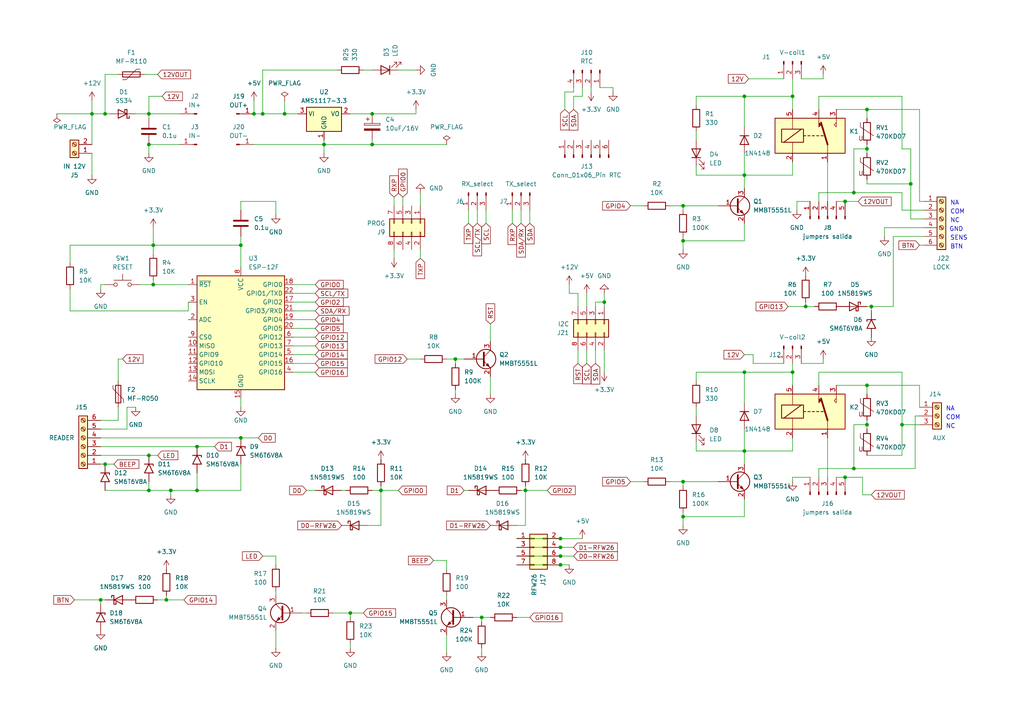
<source format=kicad_sch>
(kicad_sch (version 20230121) (generator eeschema)
  (paper "A4")
  (junction (at 215.9 130.81))
  (junction (at 43.18 41.91))
  (junction (at 107.95 41.91))
  (junction (at 107.95 33.02))
  (junction (at 215.9 50.8))
  (junction (at 162.56 161.29))
  (junction (at 69.85 71.12))
  (junction (at 233.68 88.9))
  (junction (at 43.18 142.24))
  (junction (at 252.73 88.9))
  (junction (at 48.26 173.99))
  (junction (at 162.56 163.83))
  (junction (at 30.48 33.02))
  (junction (at 245.11 58.42))
  (junction (at 57.15 142.24))
  (junction (at 247.65 55.88))
  (junction (at 49.53 142.24))
  (junction (at 29.21 173.99))
  (junction (at 93.98 41.91))
  (junction (at 152.4 142.24))
  (junction (at 215.9 27.94))
  (junction (at 139.7 179.07))
  (junction (at 44.45 71.12))
  (junction (at 132.08 104.14))
  (junction (at 101.6 177.8))
  (junction (at 261.62 123.19))
  (junction (at 44.45 82.55))
  (junction (at 73.66 33.02))
  (junction (at 76.2 33.02))
  (junction (at 264.16 53.34))
  (junction (at 251.46 31.75))
  (junction (at 57.15 129.54))
  (junction (at 229.87 107.95))
  (junction (at 245.11 138.43))
  (junction (at 198.12 59.69))
  (junction (at 162.56 158.75))
  (junction (at 198.12 139.7))
  (junction (at 175.26 87.63))
  (junction (at 43.18 132.08))
  (junction (at 215.9 107.95))
  (junction (at 198.12 69.85))
  (junction (at 26.67 33.02))
  (junction (at 69.85 127))
  (junction (at 251.46 43.18))
  (junction (at 247.65 135.89))
  (junction (at 198.12 149.86))
  (junction (at 82.55 33.02))
  (junction (at 162.56 156.21))
  (junction (at 110.49 142.24))
  (junction (at 251.46 123.19))
  (junction (at 43.18 33.02))
  (junction (at 251.46 111.76))
  (junction (at 229.87 27.94))
  (junction (at 30.48 134.62))
  (wire (pts (xy 20.32 71.12) (xy 44.45 71.12)))
  (wire (pts (xy 229.87 138.43) (xy 234.95 138.43)))
  (wire (pts (xy 215.9 102.87) (xy 218.44 102.87)))
  (wire (pts (xy 36.83 118.11) (xy 36.83 124.46)))
  (wire (pts (xy 247.65 135.89) (xy 265.43 135.89)))
  (wire (pts (xy 46.99 27.94) (xy 43.18 27.94)))
  (wire (pts (xy 69.85 77.47) (xy 69.85 71.12)))
  (wire (pts (xy 29.21 82.55) (xy 30.48 82.55)))
  (wire (pts (xy 198.12 139.7) (xy 208.28 139.7)))
  (wire (pts (xy 266.7 31.75) (xy 266.7 58.42)))
  (wire (pts (xy 152.4 140.97) (xy 152.4 142.24)))
  (wire (pts (xy 266.7 123.19) (xy 261.62 123.19)))
  (wire (pts (xy 101.6 177.8) (xy 101.6 179.07)))
  (wire (pts (xy 175.26 87.63) (xy 175.26 85.09)))
  (wire (pts (xy 242.57 31.75) (xy 251.46 31.75)))
  (wire (pts (xy 166.37 25.4) (xy 166.37 26.67)))
  (wire (pts (xy 215.9 107.95) (xy 229.87 107.95)))
  (wire (pts (xy 132.08 105.41) (xy 132.08 104.14)))
  (wire (pts (xy 251.46 111.76) (xy 251.46 114.3)))
  (wire (pts (xy 250.19 143.51) (xy 250.19 138.43)))
  (wire (pts (xy 252.73 88.9) (xy 252.73 90.17)))
  (wire (pts (xy 73.66 33.02) (xy 76.2 33.02)))
  (wire (pts (xy 201.93 130.81) (xy 215.9 130.81)))
  (wire (pts (xy 114.3 59.69) (xy 114.3 57.15)))
  (wire (pts (xy 30.48 134.62) (xy 33.02 134.62)))
  (wire (pts (xy 259.08 68.58) (xy 259.08 88.9)))
  (wire (pts (xy 34.29 21.59) (xy 30.48 21.59)))
  (wire (pts (xy 177.8 25.4) (xy 177.8 26.67)))
  (wire (pts (xy 229.87 139.7) (xy 229.87 138.43)))
  (wire (pts (xy 139.7 180.34) (xy 139.7 179.07)))
  (wire (pts (xy 233.68 87.63) (xy 233.68 88.9)))
  (wire (pts (xy 238.76 22.86) (xy 238.76 21.59)))
  (wire (pts (xy 105.41 20.32) (xy 107.95 20.32)))
  (wire (pts (xy 201.93 30.48) (xy 201.93 27.94)))
  (wire (pts (xy 107.95 41.91) (xy 93.98 41.91)))
  (wire (pts (xy 166.37 31.75) (xy 166.37 27.94)))
  (wire (pts (xy 215.9 27.94) (xy 229.87 27.94)))
  (wire (pts (xy 26.67 33.02) (xy 30.48 33.02)))
  (wire (pts (xy 201.93 50.8) (xy 215.9 50.8)))
  (wire (pts (xy 267.97 60.96) (xy 261.62 60.96)))
  (wire (pts (xy 163.83 26.67) (xy 163.83 31.75)))
  (wire (pts (xy 232.41 22.86) (xy 238.76 22.86)))
  (wire (pts (xy 245.11 58.42) (xy 248.92 58.42)))
  (wire (pts (xy 229.87 127) (xy 229.87 130.81)))
  (wire (pts (xy 34.29 104.14) (xy 34.29 110.49)))
  (wire (pts (xy 251.46 43.18) (xy 251.46 44.45)))
  (wire (pts (xy 201.93 107.95) (xy 215.9 107.95)))
  (wire (pts (xy 48.26 172.72) (xy 48.26 173.99)))
  (wire (pts (xy 165.1 85.09) (xy 165.1 82.55)))
  (wire (pts (xy 49.53 142.24) (xy 57.15 142.24)))
  (wire (pts (xy 237.49 55.88) (xy 247.65 55.88)))
  (wire (pts (xy 57.15 142.24) (xy 69.85 142.24)))
  (wire (pts (xy 97.79 20.32) (xy 76.2 20.32)))
  (wire (pts (xy 261.62 43.18) (xy 261.62 27.94)))
  (wire (pts (xy 99.06 142.24) (xy 100.33 142.24)))
  (wire (pts (xy 44.45 82.55) (xy 44.45 81.28)))
  (wire (pts (xy 247.65 135.89) (xy 247.65 123.19)))
  (wire (pts (xy 139.7 179.07) (xy 137.16 179.07)))
  (wire (pts (xy 148.59 60.96) (xy 148.59 64.77)))
  (wire (pts (xy 233.68 88.9) (xy 228.6 88.9)))
  (wire (pts (xy 110.49 152.4) (xy 110.49 142.24)))
  (wire (pts (xy 135.89 142.24) (xy 134.62 142.24)))
  (wire (pts (xy 151.13 142.24) (xy 152.4 142.24)))
  (wire (pts (xy 43.18 34.29) (xy 43.18 33.02)))
  (wire (pts (xy 229.87 46.99) (xy 229.87 50.8)))
  (wire (pts (xy 106.68 152.4) (xy 110.49 152.4)))
  (wire (pts (xy 215.9 50.8) (xy 229.87 50.8)))
  (wire (pts (xy 40.64 82.55) (xy 44.45 82.55)))
  (wire (pts (xy 149.86 161.29) (xy 162.56 161.29)))
  (wire (pts (xy 29.21 173.99) (xy 29.21 175.26)))
  (wire (pts (xy 87.63 177.8) (xy 88.9 177.8)))
  (wire (pts (xy 30.48 142.24) (xy 43.18 142.24)))
  (wire (pts (xy 80.01 161.29) (xy 80.01 163.83)))
  (wire (pts (xy 251.46 53.34) (xy 251.46 52.07)))
  (wire (pts (xy 162.56 161.29) (xy 166.37 161.29)))
  (wire (pts (xy 218.44 105.41) (xy 227.33 105.41)))
  (wire (pts (xy 250.19 138.43) (xy 245.11 138.43)))
  (wire (pts (xy 198.12 60.96) (xy 198.12 59.69)))
  (wire (pts (xy 201.93 110.49) (xy 201.93 107.95)))
  (wire (pts (xy 256.54 66.04) (xy 267.97 66.04)))
  (wire (pts (xy 261.62 27.94) (xy 237.49 27.94)))
  (wire (pts (xy 43.18 33.02) (xy 52.07 33.02)))
  (wire (pts (xy 151.13 60.96) (xy 151.13 64.77)))
  (wire (pts (xy 194.31 59.69) (xy 198.12 59.69)))
  (wire (pts (xy 110.49 142.24) (xy 115.57 142.24)))
  (wire (pts (xy 129.54 172.72) (xy 129.54 173.99)))
  (wire (pts (xy 88.9 142.24) (xy 91.44 142.24)))
  (wire (pts (xy 20.32 76.2) (xy 20.32 71.12)))
  (wire (pts (xy 43.18 142.24) (xy 49.53 142.24)))
  (wire (pts (xy 171.45 26.67) (xy 171.45 25.4)))
  (wire (pts (xy 215.9 116.84) (xy 215.9 107.95)))
  (wire (pts (xy 229.87 107.95) (xy 229.87 111.76)))
  (wire (pts (xy 120.65 33.02) (xy 107.95 33.02)))
  (wire (pts (xy 215.9 124.46) (xy 215.9 130.81)))
  (wire (pts (xy 237.49 55.88) (xy 237.49 58.42)))
  (wire (pts (xy 20.32 90.17) (xy 54.61 90.17)))
  (wire (pts (xy 36.83 118.11) (xy 39.37 118.11)))
  (wire (pts (xy 120.65 31.75) (xy 120.65 33.02)))
  (wire (pts (xy 266.7 118.11) (xy 266.7 111.76)))
  (wire (pts (xy 242.57 58.42) (xy 245.11 58.42)))
  (wire (pts (xy 35.56 104.14) (xy 34.29 104.14)))
  (wire (pts (xy 110.49 140.97) (xy 110.49 142.24)))
  (wire (pts (xy 173.99 25.4) (xy 177.8 25.4)))
  (wire (pts (xy 175.26 88.9) (xy 175.26 87.63)))
  (wire (pts (xy 132.08 113.03) (xy 132.08 114.3)))
  (wire (pts (xy 198.12 68.58) (xy 198.12 69.85)))
  (wire (pts (xy 215.9 144.78) (xy 215.9 149.86)))
  (wire (pts (xy 264.16 43.18) (xy 264.16 53.34)))
  (wire (pts (xy 172.72 87.63) (xy 175.26 87.63)))
  (wire (pts (xy 261.62 123.19) (xy 261.62 107.95)))
  (wire (pts (xy 21.59 173.99) (xy 29.21 173.99)))
  (wire (pts (xy 82.55 29.21) (xy 82.55 33.02)))
  (wire (pts (xy 45.72 21.59) (xy 41.91 21.59)))
  (wire (pts (xy 265.43 120.65) (xy 266.7 120.65)))
  (wire (pts (xy 215.9 44.45) (xy 215.9 50.8)))
  (wire (pts (xy 231.14 60.96) (xy 231.14 58.42)))
  (wire (pts (xy 129.54 162.56) (xy 129.54 165.1)))
  (wire (pts (xy 142.24 109.22) (xy 142.24 114.3)))
  (wire (pts (xy 266.7 71.12) (xy 267.97 71.12)))
  (wire (pts (xy 107.95 41.91) (xy 129.54 41.91)))
  (wire (pts (xy 264.16 43.18) (xy 261.62 43.18)))
  (wire (pts (xy 54.61 90.17) (xy 54.61 87.63)))
  (wire (pts (xy 251.46 53.34) (xy 264.16 53.34)))
  (wire (pts (xy 240.03 127) (xy 240.03 138.43)))
  (wire (pts (xy 69.85 127) (xy 74.93 127)))
  (wire (pts (xy 85.09 95.25) (xy 91.44 95.25)))
  (wire (pts (xy 247.65 55.88) (xy 261.62 55.88)))
  (wire (pts (xy 198.12 59.69) (xy 208.28 59.69)))
  (wire (pts (xy 44.45 66.04) (xy 44.45 71.12)))
  (wire (pts (xy 242.57 138.43) (xy 245.11 138.43)))
  (wire (pts (xy 237.49 31.75) (xy 237.49 27.94)))
  (wire (pts (xy 242.57 111.76) (xy 251.46 111.76)))
  (wire (pts (xy 152.4 152.4) (xy 152.4 142.24)))
  (wire (pts (xy 251.46 31.75) (xy 266.7 31.75)))
  (wire (pts (xy 167.64 101.6) (xy 167.64 105.41)))
  (wire (pts (xy 215.9 130.81) (xy 229.87 130.81)))
  (wire (pts (xy 43.18 132.08) (xy 45.72 132.08)))
  (wire (pts (xy 167.64 85.09) (xy 167.64 88.9)))
  (wire (pts (xy 115.57 20.32) (xy 120.65 20.32)))
  (wire (pts (xy 215.9 64.77) (xy 215.9 69.85)))
  (wire (pts (xy 168.91 27.94) (xy 168.91 25.4)))
  (wire (pts (xy 69.85 115.57) (xy 69.85 118.11)))
  (wire (pts (xy 149.86 152.4) (xy 152.4 152.4)))
  (wire (pts (xy 26.67 33.02) (xy 26.67 41.91)))
  (wire (pts (xy 194.31 139.7) (xy 198.12 139.7)))
  (wire (pts (xy 43.18 139.7) (xy 43.18 142.24)))
  (wire (pts (xy 121.92 74.93) (xy 121.92 72.39)))
  (wire (pts (xy 266.7 58.42) (xy 267.97 58.42)))
  (wire (pts (xy 85.09 107.95) (xy 91.44 107.95)))
  (wire (pts (xy 201.93 128.27) (xy 201.93 130.81)))
  (wire (pts (xy 85.09 97.79) (xy 91.44 97.79)))
  (wire (pts (xy 142.24 93.98) (xy 142.24 99.06)))
  (wire (pts (xy 182.88 59.69) (xy 186.69 59.69)))
  (wire (pts (xy 138.43 60.96) (xy 138.43 64.77)))
  (wire (pts (xy 251.46 41.91) (xy 251.46 43.18)))
  (wire (pts (xy 69.85 60.96) (xy 69.85 58.42)))
  (wire (pts (xy 198.12 140.97) (xy 198.12 139.7)))
  (wire (pts (xy 34.29 118.11) (xy 34.29 121.92)))
  (wire (pts (xy 116.84 59.69) (xy 116.84 57.15)))
  (wire (pts (xy 229.87 22.86) (xy 229.87 27.94)))
  (wire (pts (xy 215.9 50.8) (xy 215.9 54.61)))
  (wire (pts (xy 261.62 60.96) (xy 261.62 55.88)))
  (wire (pts (xy 215.9 130.81) (xy 215.9 134.62)))
  (wire (pts (xy 182.88 139.7) (xy 186.69 139.7)))
  (wire (pts (xy 140.97 60.96) (xy 140.97 64.77)))
  (wire (pts (xy 107.95 40.64) (xy 107.95 41.91)))
  (wire (pts (xy 237.49 111.76) (xy 237.49 107.95)))
  (wire (pts (xy 114.3 74.93) (xy 114.3 72.39)))
  (wire (pts (xy 45.72 173.99) (xy 48.26 173.99)))
  (wire (pts (xy 49.53 142.24) (xy 49.53 143.51)))
  (wire (pts (xy 69.85 68.58) (xy 69.85 71.12)))
  (wire (pts (xy 236.22 88.9) (xy 233.68 88.9)))
  (wire (pts (xy 30.48 21.59) (xy 30.48 33.02)))
  (wire (pts (xy 135.89 60.96) (xy 135.89 64.77)))
  (wire (pts (xy 101.6 33.02) (xy 107.95 33.02)))
  (wire (pts (xy 73.66 29.21) (xy 73.66 33.02)))
  (wire (pts (xy 85.09 100.33) (xy 91.44 100.33)))
  (wire (pts (xy 247.65 43.18) (xy 251.46 43.18)))
  (wire (pts (xy 57.15 129.54) (xy 62.23 129.54)))
  (wire (pts (xy 69.85 58.42) (xy 80.01 58.42)))
  (wire (pts (xy 149.86 158.75) (xy 162.56 158.75)))
  (wire (pts (xy 93.98 41.91) (xy 93.98 44.45)))
  (wire (pts (xy 44.45 71.12) (xy 69.85 71.12)))
  (wire (pts (xy 165.1 163.83) (xy 162.56 163.83)))
  (wire (pts (xy 170.18 85.09) (xy 170.18 88.9)))
  (wire (pts (xy 251.46 31.75) (xy 251.46 34.29)))
  (wire (pts (xy 215.9 149.86) (xy 198.12 149.86)))
  (wire (pts (xy 153.67 60.96) (xy 153.67 64.77)))
  (wire (pts (xy 198.12 148.59) (xy 198.12 149.86)))
  (wire (pts (xy 43.18 41.91) (xy 43.18 44.45)))
  (wire (pts (xy 247.65 55.88) (xy 247.65 43.18)))
  (wire (pts (xy 85.09 87.63) (xy 91.44 87.63)))
  (wire (pts (xy 29.21 132.08) (xy 43.18 132.08)))
  (wire (pts (xy 93.98 40.64) (xy 93.98 41.91)))
  (wire (pts (xy 80.01 58.42) (xy 80.01 62.23)))
  (wire (pts (xy 247.65 123.19) (xy 251.46 123.19)))
  (wire (pts (xy 121.92 59.69) (xy 121.92 55.88)))
  (wire (pts (xy 215.9 69.85) (xy 198.12 69.85)))
  (wire (pts (xy 264.16 63.5) (xy 264.16 53.34)))
  (wire (pts (xy 80.01 182.88) (xy 80.01 187.96)))
  (wire (pts (xy 85.09 105.41) (xy 91.44 105.41)))
  (wire (pts (xy 76.2 20.32) (xy 76.2 33.02)))
  (wire (pts (xy 30.48 33.02) (xy 31.75 33.02)))
  (wire (pts (xy 229.87 105.41) (xy 229.87 107.95)))
  (wire (pts (xy 240.03 46.99) (xy 240.03 58.42)))
  (wire (pts (xy 166.37 26.67) (xy 163.83 26.67)))
  (wire (pts (xy 162.56 156.21) (xy 168.91 156.21)))
  (wire (pts (xy 26.67 44.45) (xy 26.67 50.8)))
  (wire (pts (xy 238.76 105.41) (xy 238.76 104.14)))
  (wire (pts (xy 201.93 27.94) (xy 215.9 27.94)))
  (wire (pts (xy 162.56 158.75) (xy 166.37 158.75)))
  (wire (pts (xy 237.49 135.89) (xy 237.49 138.43)))
  (wire (pts (xy 172.72 88.9) (xy 172.72 87.63)))
  (wire (pts (xy 80.01 171.45) (xy 80.01 172.72)))
  (wire (pts (xy 201.93 48.26) (xy 201.93 50.8)))
  (wire (pts (xy 43.18 27.94) (xy 43.18 33.02)))
  (wire (pts (xy 215.9 36.83) (xy 215.9 27.94)))
  (wire (pts (xy 149.86 156.21) (xy 162.56 156.21)))
  (wire (pts (xy 85.09 82.55) (xy 91.44 82.55)))
  (wire (pts (xy 44.45 82.55) (xy 54.61 82.55)))
  (wire (pts (xy 139.7 187.96) (xy 139.7 189.23)))
  (wire (pts (xy 101.6 177.8) (xy 96.52 177.8)))
  (wire (pts (xy 251.46 123.19) (xy 251.46 124.46)))
  (wire (pts (xy 129.54 104.14) (xy 132.08 104.14)))
  (wire (pts (xy 36.83 124.46) (xy 29.21 124.46)))
  (wire (pts (xy 152.4 142.24) (xy 158.75 142.24)))
  (wire (pts (xy 261.62 123.19) (xy 261.62 132.08)))
  (wire (pts (xy 105.41 177.8) (xy 101.6 177.8)))
  (wire (pts (xy 261.62 107.95) (xy 237.49 107.95)))
  (wire (pts (xy 129.54 184.15) (xy 129.54 189.23)))
  (wire (pts (xy 232.41 105.41) (xy 238.76 105.41)))
  (wire (pts (xy 251.46 121.92) (xy 251.46 123.19)))
  (wire (pts (xy 132.08 104.14) (xy 134.62 104.14)))
  (wire (pts (xy 82.55 33.02) (xy 86.36 33.02)))
  (wire (pts (xy 198.12 69.85) (xy 198.12 72.39)))
  (wire (pts (xy 251.46 132.08) (xy 261.62 132.08)))
  (wire (pts (xy 43.18 41.91) (xy 52.07 41.91)))
  (wire (pts (xy 172.72 101.6) (xy 172.72 105.41)))
  (wire (pts (xy 20.32 83.82) (xy 20.32 90.17)))
  (wire (pts (xy 101.6 186.69) (xy 101.6 187.96)))
  (wire (pts (xy 237.49 135.89) (xy 247.65 135.89)))
  (wire (pts (xy 34.29 121.92) (xy 29.21 121.92)))
  (wire (pts (xy 107.95 142.24) (xy 110.49 142.24)))
  (wire (pts (xy 142.24 179.07) (xy 139.7 179.07)))
  (wire (pts (xy 259.08 88.9) (xy 252.73 88.9)))
  (wire (pts (xy 217.17 22.86) (xy 227.33 22.86)))
  (wire (pts (xy 85.09 102.87) (xy 91.44 102.87)))
  (wire (pts (xy 231.14 58.42) (xy 234.95 58.42)))
  (wire (pts (xy 125.73 162.56) (xy 129.54 162.56)))
  (wire (pts (xy 48.26 173.99) (xy 53.34 173.99)))
  (wire (pts (xy 30.48 173.99) (xy 29.21 173.99)))
  (wire (pts (xy 29.21 127) (xy 69.85 127)))
  (wire (pts (xy 26.67 29.21) (xy 26.67 33.02)))
  (wire (pts (xy 29.21 134.62) (xy 30.48 134.62)))
  (wire (pts (xy 118.11 104.14) (xy 121.92 104.14)))
  (wire (pts (xy 175.26 101.6) (xy 175.26 107.95)))
  (wire (pts (xy 251.46 111.76) (xy 266.7 111.76)))
  (wire (pts (xy 201.93 118.11) (xy 201.93 120.65)))
  (wire (pts (xy 29.21 129.54) (xy 57.15 129.54)))
  (wire (pts (xy 201.93 38.1) (xy 201.93 40.64)))
  (wire (pts (xy 229.87 27.94) (xy 229.87 31.75)))
  (wire (pts (xy 76.2 33.02) (xy 82.55 33.02)))
  (wire (pts (xy 85.09 92.71) (xy 91.44 92.71)))
  (wire (pts (xy 167.64 85.09) (xy 165.1 85.09)))
  (wire (pts (xy 26.67 33.02) (xy 16.51 33.02)))
  (wire (pts (xy 85.09 85.09) (xy 91.44 85.09)))
  (wire (pts (xy 149.86 163.83) (xy 162.56 163.83)))
  (wire (pts (xy 57.15 137.16) (xy 57.15 142.24)))
  (wire (pts (xy 218.44 102.87) (xy 218.44 105.41)))
  (wire (pts (xy 265.43 120.65) (xy 265.43 135.89)))
  (wire (pts (xy 251.46 88.9) (xy 252.73 88.9)))
  (wire (pts (xy 39.37 33.02) (xy 43.18 33.02)))
  (wire (pts (xy 267.97 63.5) (xy 264.16 63.5)))
  (wire (pts (xy 256.54 68.58) (xy 256.54 66.04)))
  (wire (pts (xy 85.09 90.17) (xy 91.44 90.17)))
  (wire (pts (xy 44.45 71.12) (xy 44.45 73.66)))
  (wire (pts (xy 69.85 142.24) (xy 69.85 134.62)))
  (wire (pts (xy 73.66 41.91) (xy 93.98 41.91)))
  (wire (pts (xy 76.2 161.29) (xy 80.01 161.29)))
  (wire (pts (xy 170.18 101.6) (xy 170.18 105.41)))
  (wire (pts (xy 166.37 27.94) (xy 168.91 27.94)))
  (wire (pts (xy 250.19 143.51) (xy 252.73 143.51)))
  (wire (pts (xy 198.12 149.86) (xy 198.12 152.4)))
  (wire (pts (xy 267.97 68.58) (xy 259.08 68.58)))
  (wire (pts (xy 29.21 83.82) (xy 29.21 82.55)))
  (wire (pts (xy 153.67 179.07) (xy 149.86 179.07)))
  (text "NA" (at 274.32 119.38 0) (effects (font (size 1.27 1.27)) (justify left bottom)))
  (text "SENS" (at 280.67 69.85 0) (effects (font (size 1.27 1.27)) (justify right bottom)))
  (text "COM" (at 274.32 121.92 0) (effects (font (size 1.27 1.27)) (justify left bottom)))
  (text "NC" (at 274.32 124.46 0) (effects (font (size 1.27 1.27)) (justify left bottom)))
  (text "GND" (at 279.4 67.31 0) (effects (font (size 1.27 1.27)) (justify right bottom)))
  (text "NA" (at 275.59 59.69 0) (effects (font (size 1.27 1.27)) (justify left bottom)))
  (text "COM" (at 275.59 62.23 0) (effects (font (size 1.27 1.27)) (justify left bottom)))
  (text "NC" (at 275.59 64.77 0) (effects (font (size 1.27 1.27)) (justify left bottom)))
  (text "BTN" (at 275.59 72.39 0) (effects (font (size 1.27 1.27)) (justify left bottom)))
  (global_label "SDA{slash}RX" (shape input) (at 91.44 90.17 0) (property "Intersheetrefs" "${INTERSHEET_REFS}" (effects hide)))
  (global_label "SCL" (shape input) (at 163.83 31.75 270) (property "Intersheetrefs" "${INTERSHEET_REFS}" (effects hide)))
  (global_label "12V" (shape input) (at 35.56 104.14 0) (property "Intersheetrefs" "${INTERSHEET_REFS}" (effects hide)))
  (global_label "RST" (shape input) (at 167.64 105.41 270) (property "Intersheetrefs" "${INTERSHEET_REFS}" (effects hide)))
  (global_label "D1" (shape input) (at 134.62 142.24 180) (property "Intersheetrefs" "${INTERSHEET_REFS}" (effects hide)))
  (global_label "SDA{slash}RX" (shape input) (at 151.13 64.77 270) (property "Intersheetrefs" "${INTERSHEET_REFS}" (effects hide)))
  (global_label "GPIO5" (shape input) (at 91.44 95.25 0) (property "Intersheetrefs" "${INTERSHEET_REFS}" (effects hide)))
  (global_label "GPIO12" (shape input) (at 91.44 97.79 0) (property "Intersheetrefs" "${INTERSHEET_REFS}" (effects hide)))
  (global_label "BEEP" (shape input) (at 125.73 162.56 180) (property "Intersheetrefs" "${INTERSHEET_REFS}" (effects hide)))
  (global_label "SCL{slash}TX" (shape input) (at 138.43 64.77 270) (property "Intersheetrefs" "${INTERSHEET_REFS}" (effects hide)))
  (global_label "RXP" (shape input) (at 148.59 64.77 270) (property "Intersheetrefs" "${INTERSHEET_REFS}" (effects hide)))
  (global_label "BTN" (shape input) (at 266.7 71.12 180) (property "Intersheetrefs" "${INTERSHEET_REFS}" (effects hide)))
  (global_label "GPIO0" (shape input) (at 91.44 82.55 0) (property "Intersheetrefs" "${INTERSHEET_REFS}" (effects hide)))
  (global_label "LED" (shape input) (at 76.2 161.29 180) (property "Intersheetrefs" "${INTERSHEET_REFS}" (effects hide)))
  (global_label "GPIO16" (shape input) (at 153.67 179.07 0) (property "Intersheetrefs" "${INTERSHEET_REFS}" (effects hide)))
  (global_label "GPIO15" (shape input) (at 91.44 105.41 0) (property "Intersheetrefs" "${INTERSHEET_REFS}" (effects hide)))
  (global_label "BTN" (shape input) (at 21.59 173.99 180) (property "Intersheetrefs" "${INTERSHEET_REFS}" (effects hide)))
  (global_label "GPIO2" (shape input) (at 91.44 87.63 0) (property "Intersheetrefs" "${INTERSHEET_REFS}" (effects hide)))
  (global_label "SDA" (shape input) (at 153.67 64.77 270) (property "Intersheetrefs" "${INTERSHEET_REFS}" (effects hide)))
  (global_label "GPIO4" (shape input) (at 182.88 59.69 180) (property "Intersheetrefs" "${INTERSHEET_REFS}" (effects hide)))
  (global_label "12VOUT" (shape input) (at 45.72 21.59 0) (property "Intersheetrefs" "${INTERSHEET_REFS}" (effects hide)))
  (global_label "D0" (shape input) (at 74.93 127 0) (property "Intersheetrefs" "${INTERSHEET_REFS}" (effects hide)))
  (global_label "TXP" (shape input) (at 135.89 64.77 270) (property "Intersheetrefs" "${INTERSHEET_REFS}" (effects hide)))
  (global_label "GPIO2" (shape input) (at 158.75 142.24 0) (property "Intersheetrefs" "${INTERSHEET_REFS}" (effects hide)))
  (global_label "GPIO0" (shape input) (at 115.57 142.24 0) (property "Intersheetrefs" "${INTERSHEET_REFS}" (effects hide)))
  (global_label "SCL{slash}TX" (shape input) (at 91.44 85.09 0) (property "Intersheetrefs" "${INTERSHEET_REFS}" (effects hide)))
  (global_label "D0" (shape input) (at 88.9 142.24 180) (property "Intersheetrefs" "${INTERSHEET_REFS}" (effects hide)))
  (global_label "D0-RFW26" (shape input) (at 166.37 161.29 0) (property "Intersheetrefs" "${INTERSHEET_REFS}" (effects hide)))
  (global_label "GPIO14" (shape input) (at 91.44 102.87 0) (property "Intersheetrefs" "${INTERSHEET_REFS}" (effects hide)))
  (global_label "GPIO12" (shape input) (at 118.11 104.14 180) (property "Intersheetrefs" "${INTERSHEET_REFS}" (effects hide)))
  (global_label "GPIO5" (shape input) (at 182.88 139.7 180) (property "Intersheetrefs" "${INTERSHEET_REFS}" (effects hide)))
  (global_label "SCL" (shape input) (at 170.18 105.41 270) (property "Intersheetrefs" "${INTERSHEET_REFS}" (effects hide)))
  (global_label "12V" (shape input) (at 217.17 22.86 180) (property "Intersheetrefs" "${INTERSHEET_REFS}" (effects hide)))
  (global_label "GPIO16" (shape input) (at 91.44 107.95 0) (property "Intersheetrefs" "${INTERSHEET_REFS}" (effects hide)))
  (global_label "GPIO13" (shape input) (at 91.44 100.33 0) (property "Intersheetrefs" "${INTERSHEET_REFS}" (effects hide)))
  (global_label "GPIO15" (shape input) (at 105.41 177.8 0) (property "Intersheetrefs" "${INTERSHEET_REFS}" (effects hide)))
  (global_label "GPIO14" (shape input) (at 53.34 173.99 0) (property "Intersheetrefs" "${INTERSHEET_REFS}" (effects hide)))
  (global_label "SDA" (shape input) (at 166.37 31.75 270) (property "Intersheetrefs" "${INTERSHEET_REFS}" (effects hide)))
  (global_label "GPIO4" (shape input) (at 91.44 92.71 0) (property "Intersheetrefs" "${INTERSHEET_REFS}" (effects hide)))
  (global_label "TXP" (shape input) (at 121.92 74.93 270) (property "Intersheetrefs" "${INTERSHEET_REFS}" (effects hide)))
  (global_label "12VOUT" (shape input) (at 248.92 58.42 0) (property "Intersheetrefs" "${INTERSHEET_REFS}" (effects hide)))
  (global_label "SDA" (shape input) (at 172.72 105.41 270) (property "Intersheetrefs" "${INTERSHEET_REFS}" (effects hide)))
  (global_label "SCL" (shape input) (at 140.97 64.77 270) (property "Intersheetrefs" "${INTERSHEET_REFS}" (effects hide)))
  (global_label "LED" (shape input) (at 45.72 132.08 0) (property "Intersheetrefs" "${INTERSHEET_REFS}" (effects hide)))
  (global_label "D1-RFW26" (shape input) (at 166.37 158.75 0) (property "Intersheetrefs" "${INTERSHEET_REFS}" (effects hide)))
  (global_label "12V" (shape input) (at 46.99 27.94 0) (property "Intersheetrefs" "${INTERSHEET_REFS}" (effects hide)))
  (global_label "RST" (shape input) (at 142.24 93.98 90) (property "Intersheetrefs" "${INTERSHEET_REFS}" (effects hide)))
  (global_label "D1" (shape input) (at 62.23 129.54 0) (property "Intersheetrefs" "${INTERSHEET_REFS}" (effects hide)))
  (global_label "GPIO13" (shape input) (at 228.6 88.9 180) (property "Intersheetrefs" "${INTERSHEET_REFS}" (effects hide)))
  (global_label "BEEP" (shape input) (at 33.02 134.62 0) (property "Intersheetrefs" "${INTERSHEET_REFS}" (effects hide)))
  (global_label "RXP" (shape input) (at 114.3 57.15 90) (property "Intersheetrefs" "${INTERSHEET_REFS}" (effects hide)))
  (global_label "12VOUT" (shape input) (at 252.73 143.51 0) (property "Intersheetrefs" "${INTERSHEET_REFS}" (effects hide)))
  (global_label "D0-RFW26" (shape input) (at 99.06 152.4 180) (property "Intersheetrefs" "${INTERSHEET_REFS}" (effects hide)))
  (global_label "GPIO0" (shape input) (at 116.84 57.15 90) (property "Intersheetrefs" "${INTERSHEET_REFS}" (effects hide)))
  (global_label "D1-RFW26" (shape input) (at 142.24 152.4 180) (property "Intersheetrefs" "${INTERSHEET_REFS}" (effects hide)))
  (global_label "12V" (shape input) (at 215.9 102.87 180) (property "Intersheetrefs" "${INTERSHEET_REFS}" (effects hide)))
  (symbol (lib_id "Diode:1N5819WS") (at 139.7 142.24 0) (unit 1)
    (property "Reference" "D14" (at 139.3825 135.89 0))
    (property "Value" "1N5819WS" (at 139.3825 138.43 0))
    (property "Footprint" "Diode_SMD:D_SOD-323" (effects hide))
    (property "Datasheet" "https://datasheet.lcsc.com/lcsc/2204281430_Guangdong-Hottech-1N5819WS_C191023.pdf" (effects hide))
  )
  (symbol (lib_id "power:GND") (at 80.01 187.96 0) (mirror y) (unit 1)
    (property "Reference" "#PWR034" (effects hide))
    (property "Value" "GND" (at 80.01 193.04 0))
  )
  (symbol (lib_id "Connector:Conn_01x04_Pin") (at 171.45 20.32 270) (unit 1)
    (property "Reference" "J10" (at 170.18 15.24 90))
    (property "Value" "RTC" (at 170.18 17.78 90))
    (property "Footprint" "Connector_PinHeader_2.54mm:PinHeader_1x04_P2.54mm_Vertical" (effects hide))
  )
  (symbol (lib_id "power:+5V") (at 168.91 156.21 0) (unit 1)
    (property "Reference" "#PWR029" (effects hide))
    (property "Value" "+5V" (at 168.91 151.13 0))
  )
  (symbol (lib_id "Diode:SM6T6V8A") (at 30.48 138.43 270) (unit 1)
    (property "Reference" "D12" (at 33.02 137.16 90) (effects (justify left)))
    (property "Value" "SM6T6V8A" (at 33.02 139.7 90) (effects (justify left)))
    (property "Footprint" "Diode_SMD:D_SMB" (effects hide))
    (property "Datasheet" "https://www.st.com/resource/en/datasheet/sm6t.pdf" (effects hide))
  )
  (symbol (lib_id "Device:R") (at 240.03 88.9 270) (unit 1)
    (property "Reference" "R7" (at 240.03 82.55 90))
    (property "Value" "100" (at 240.03 85.09 90))
    (property "Footprint" "Resistor_SMD:R_1206_3216Metric_Pad1.30x1.75mm_HandSolder" (effects hide))
  )
  (symbol (lib_id "Device:C") (at 43.18 38.1 0) (unit 1)
    (property "Reference" "C1" (at 46.99 36.83 0) (effects (justify left)))
    (property "Value" "0.1u" (at 46.99 39.37 0) (effects (justify left)))
    (property "Footprint" "Capacitor_SMD:C_1206_3216Metric" (effects hide))
  )
  (symbol (lib_id "power:+3.3V") (at 233.68 80.01 0) (mirror y) (unit 1)
    (property "Reference" "#PWR013" (effects hide))
    (property "Value" "+3.3V" (at 233.68 74.93 0))
  )
  (symbol (lib_id "Device:R") (at 129.54 168.91 0) (mirror y) (unit 1)
    (property "Reference" "R19" (at 132.08 167.64 0) (effects (justify right)))
    (property "Value" "100" (at 132.08 170.18 0) (effects (justify right)))
    (property "Footprint" "Resistor_SMD:R_1206_3216Metric_Pad1.30x1.75mm_HandSolder" (effects hide))
  )
  (symbol (lib_id "power:+3.3V") (at 110.49 133.35 0) (unit 1)
    (property "Reference" "#PWR024" (effects hide))
    (property "Value" "+3.3V" (at 110.49 128.27 0))
  )
  (symbol (lib_id "power:+3.3V") (at 171.45 26.67 180) (unit 1)
    (property "Reference" "#PWR015" (effects hide))
    (property "Value" "+3.3V" (at 171.45 31.75 0))
  )
  (symbol (lib_id "Device:C") (at 69.85 64.77 0) (unit 1)
    (property "Reference" "C5" (at 73.66 63.5 0) (effects (justify left)))
    (property "Value" "0.1u" (at 73.66 66.04 0) (effects (justify left)))
    (property "Footprint" "Capacitor_SMD:C_1206_3216Metric" (effects hide))
  )
  (symbol (lib_id "Device:R") (at 20.32 80.01 0) (unit 1)
    (property "Reference" "R5" (at 22.86 78.74 0) (effects (justify left)))
    (property "Value" "10K" (at 22.86 81.28 0) (effects (justify left)))
    (property "Footprint" "Resistor_SMD:R_1206_3216Metric_Pad1.30x1.75mm_HandSolder" (effects hide))
  )
  (symbol (lib_id "Device:Varistor") (at 251.46 48.26 0) (unit 1)
    (property "Reference" "RV2" (at 254 47.1833 0) (effects (justify left)))
    (property "Value" "470KD07" (at 254 49.7233 0) (effects (justify left)))
    (property "Footprint" "Varistor:RV_Disc_D7mm_W4.9mm_P5mm" (effects hide))
    (property "Sim.Name" "kicad_builtin_varistor" (effects hide))
    (property "Sim.Device" "SUBCKT" (effects hide))
    (property "Sim.Pins" "1=A 2=B" (effects hide))
    (property "Sim.Params" "threshold=1k" (effects hide))
    (property "Sim.Library" "${KICAD7_SYMBOL_DIR}/Simulation_SPICE.sp" (effects hide))
  )
  (symbol (lib_id "Transistor_BJT:MMBT5551L") (at 139.7 104.14 0) (unit 1)
    (property "Reference" "Q2" (at 144.78 102.87 0) (effects (justify left)))
    (property "Value" "MMBT5551L" (at 144.78 105.41 0) (effects (justify left)))
    (property "Footprint" "Package_TO_SOT_SMD:SOT-23" (effects hide))
    (property "Datasheet" "www.onsemi.com/pub/Collateral/MMBT5550LT1-D.PDF" (effects hide))
  )
  (symbol (lib_id "Connector:Screw_Terminal_01x06") (at 24.13 129.54 180) (unit 1)
    (property "Reference" "J15" (at 25.4 118.11 0) (effects (justify left)))
    (property "Value" "READER" (at 21.59 127 0) (effects (justify left)))
    (property "Footprint" "TerminalBlock_Phoenix:TerminalBlock_Phoenix_MKDS-1,5-6-5.08_1x06_P5.08mm_Horizontal" (effects hide))
  )
  (symbol (lib_id "Device:R") (at 44.45 77.47 0) (unit 1)
    (property "Reference" "R4" (at 46.99 76.2 0) (effects (justify left)))
    (property "Value" "10K" (at 46.99 78.74 0) (effects (justify left)))
    (property "Footprint" "Resistor_SMD:R_1206_3216Metric_Pad1.30x1.75mm_HandSolder" (effects hide))
  )
  (symbol (lib_id "power:PWR_FLAG") (at 16.51 33.02 0) (mirror x) (unit 1)
    (property "Reference" "#FLG02" (effects hide))
    (property "Value" "PWR_FLAG" (at 20.32 36.83 0))
  )
  (symbol (lib_id "power:GND") (at 252.73 97.79 0) (mirror y) (unit 1)
    (property "Reference" "#PWR017" (effects hide))
    (property "Value" "GND" (at 252.73 102.87 0))
  )
  (symbol (lib_id "power:GND") (at 101.6 187.96 0) (mirror y) (unit 1)
    (property "Reference" "#PWR035" (effects hide))
    (property "Value" "GND" (at 101.6 193.04 0))
  )
  (symbol (lib_id "power:+3.3V") (at 152.4 133.35 0) (unit 1)
    (property "Reference" "#PWR025" (effects hide))
    (property "Value" "+3.3V" (at 152.4 128.27 0))
  )
  (symbol (lib_id "power:+12V") (at 26.67 29.21 0) (unit 1)
    (property "Reference" "#PWR042" (effects hide))
    (property "Value" "+12V" (at 26.67 24.13 0))
  )
  (symbol (lib_id "Connector:Conn_01x03_Pin") (at 151.13 55.88 90) (mirror x) (unit 1)
    (property "Reference" "J7" (at 146.05 58.42 90))
    (property "Value" "TX_select" (at 151.13 53.34 90))
    (property "Footprint" "Connector_PinHeader_2.54mm:PinHeader_1x03_P2.54mm_Vertical" (effects hide))
  )
  (symbol (lib_id "Transistor_BJT:MMBT5551L") (at 82.55 177.8 0) (mirror y) (unit 1)
    (property "Reference" "Q4" (at 77.47 176.53 0) (effects (justify left)))
    (property "Value" "MMBT5551L" (at 77.47 179.07 0) (effects (justify left)))
    (property "Footprint" "Package_TO_SOT_SMD:SOT-23" (effects hide))
    (property "Datasheet" "www.onsemi.com/pub/Collateral/MMBT5550LT1-D.PDF" (effects hide))
  )
  (symbol (lib_id "Connector:Conn_01x05_Pin") (at 240.03 143.51 90) (unit 1)
    (property "Reference" "J16" (at 240.03 146.05 90))
    (property "Value" "jumpers salida" (at 240.03 148.59 90))
    (property "Footprint" "Connector_PinHeader_2.54mm:PinHeader_1x05_P2.54mm_Vertical" (effects hide))
  )
  (symbol (lib_id "power:PWR_FLAG") (at 129.54 41.91 0) (unit 1)
    (property "Reference" "#FLG03" (effects hide))
    (property "Value" "PWR_FLAG" (at 129.54 36.83 0))
  )
  (symbol (lib_id "Device:R") (at 146.05 179.07 270) (mirror x) (unit 1)
    (property "Reference" "R22" (at 146.05 172.72 90))
    (property "Value" "10K" (at 146.05 175.26 90))
    (property "Footprint" "Resistor_SMD:R_1206_3216Metric_Pad1.30x1.75mm_HandSolder" (effects hide))
  )
  (symbol (lib_id "power:GND") (at 132.08 114.3 0) (unit 1)
    (property "Reference" "#PWR020" (effects hide))
    (property "Value" "GND" (at 132.08 119.38 0))
  )
  (symbol (lib_id "power:GND") (at 121.92 55.88 0) (mirror x) (unit 1)
    (property "Reference" "#PWR06" (effects hide))
    (property "Value" "GND" (at 124.46 54.61 0) (effects (justify left)))
  )
  (symbol (lib_id "Diode:SM6T6V8A") (at 252.73 93.98 90) (mirror x) (unit 1)
    (property "Reference" "D6" (at 250.19 92.71 90) (effects (justify left)))
    (property "Value" "SM6T6V8A" (at 250.19 95.25 90) (effects (justify left)))
    (property "Footprint" "Diode_SMD:D_SMB" (effects hide))
    (property "Datasheet" "https://www.st.com/resource/en/datasheet/sm6t.pdf" (effects hide))
  )
  (symbol (lib_id "Diode:1N4148") (at 215.9 120.65 270) (unit 1)
    (property "Reference" "D7" (at 218.44 119.38 90) (effects (justify left)))
    (property "Value" "1N4148" (at 215.9 124.46 90) (effects (justify left)))
    (property "Footprint" "Diode_SMD:D_MiniMELF_Handsoldering" (effects hide))
    (property "Datasheet" "https://assets.nexperia.com/documents/data-sheet/1N4148_1N4448.pdf" (effects hide))
    (property "Sim.Device" "D" (effects hide))
    (property "Sim.Pins" "1=K 2=A" (effects hide))
  )
  (symbol (lib_id "Connector_Generic:Conn_02x04_Odd_Even") (at 154.94 158.75 0) (unit 1)
    (property "Reference" "J17" (at 157.48 166.37 90) (effects (justify right)))
    (property "Value" "RFW26" (at 154.94 166.37 90) (effects (justify right)))
    (property "Footprint" "Connector_PinSocket_2.54mm:PinSocket_2x04_P2.54mm_Vertical" (effects hide))
  )
  (symbol (lib_id "Diode:SM6T6V8A") (at 69.85 130.81 270) (unit 1)
    (property "Reference" "D9" (at 72.39 129.54 90) (effects (justify left)))
    (property "Value" "SM6T6V8A" (at 72.39 132.08 90) (effects (justify left)))
    (property "Footprint" "Diode_SMD:D_SMB" (effects hide))
    (property "Datasheet" "https://www.st.com/resource/en/datasheet/sm6t.pdf" (effects hide))
  )
  (symbol (lib_id "Device:R") (at 110.49 137.16 0) (unit 1)
    (property "Reference" "R11" (at 113.03 135.89 0) (effects (justify left)))
    (property "Value" "10K" (at 113.03 138.43 0) (effects (justify left)))
    (property "Footprint" "Resistor_SMD:R_1206_3216Metric_Pad1.30x1.75mm_HandSolder" (effects hide))
  )
  (symbol (lib_id "Device:Varistor") (at 251.46 128.27 0) (unit 1)
    (property "Reference" "RV4" (at 254 127.1933 0) (effects (justify left)))
    (property "Value" "470KD07" (at 254 129.7333 0) (effects (justify left)))
    (property "Footprint" "Varistor:RV_Disc_D7mm_W4.9mm_P5mm" (effects hide))
    (property "Sim.Name" "kicad_builtin_varistor" (effects hide))
    (property "Sim.Device" "SUBCKT" (effects hide))
    (property "Sim.Pins" "1=A 2=B" (effects hide))
    (property "Sim.Params" "threshold=1k" (effects hide))
    (property "Sim.Library" "${KICAD7_SYMBOL_DIR}/Simulation_SPICE.sp" (effects hide))
  )
  (symbol (lib_id "Device:D_Schottky") (at 35.56 33.02 180) (unit 1)
    (property "Reference" "D1" (at 35.8775 26.67 0))
    (property "Value" "SS34" (at 35.8775 29.21 0))
    (property "Footprint" "Diode_SMD:D_SMC_Handsoldering" (effects hide))
  )
  (symbol (lib_id "power:GND") (at 29.21 83.82 0) (unit 1)
    (property "Reference" "#PWR014" (effects hide))
    (property "Value" "GND" (at 29.21 88.9 0))
  )
  (symbol (lib_id "power:+5V") (at 170.18 85.09 0) (unit 1)
    (property "Reference" "#PWR041" (effects hide))
    (property "Value" "+5V" (at 170.18 80.01 0))
  )
  (symbol (lib_id "Diode:SM6T6V8A") (at 57.15 133.35 270) (unit 1)
    (property "Reference" "D10" (at 59.69 132.08 90) (effects (justify left)))
    (property "Value" "SM6T6V8A" (at 59.69 134.62 90) (effects (justify left)))
    (property "Footprint" "Diode_SMD:D_SMB" (effects hide))
    (property "Datasheet" "https://www.st.com/resource/en/datasheet/sm6t.pdf" (effects hide))
  )
  (symbol (lib_id "Device:R") (at 139.7 184.15 0) (mirror y) (unit 1)
    (property "Reference" "R24" (at 137.16 182.88 0) (effects (justify left)))
    (property "Value" "100K" (at 137.16 185.42 0) (effects (justify left)))
    (property "Footprint" "Resistor_SMD:R_1206_3216Metric_Pad1.30x1.75mm_HandSolder" (effects hide))
  )
  (symbol (lib_id "Diode:1N5819WS") (at 247.65 88.9 0) (mirror y) (unit 1)
    (property "Reference" "D5" (at 247.9675 82.55 0))
    (property "Value" "1N5819WS" (at 247.9675 85.09 0))
    (property "Footprint" "Diode_SMD:D_SOD-323" (effects hide))
    (property "Datasheet" "https://datasheet.lcsc.com/lcsc/2204281430_Guangdong-Hottech-1N5819WS_C191023.pdf" (effects hide))
  )
  (symbol (lib_id "power:+5V") (at 238.76 21.59 0) (unit 1)
    (property "Reference" "#PWR01" (effects hide))
    (property "Value" "+5V" (at 238.76 16.51 0))
  )
  (symbol (lib_id "Diode:1N5819WS") (at 34.29 173.99 0) (unit 1)
    (property "Reference" "D17" (at 33.9725 167.64 0))
    (property "Value" "1N5819WS" (at 33.9725 170.18 0))
    (property "Footprint" "Diode_SMD:D_SOD-323" (effects hide))
    (property "Datasheet" "https://datasheet.lcsc.com/lcsc/2204281430_Guangdong-Hottech-1N5819WS_C191023.pdf" (effects hide))
  )
  (symbol (lib_id "power:PWR_FLAG") (at 82.55 29.21 0) (unit 1)
    (property "Reference" "#FLG01" (effects hide))
    (property "Value" "PWR_FLAG" (at 82.55 24.13 0))
  )
  (symbol (lib_id "power:+3.3V") (at 114.3 74.93 0) (mirror x) (unit 1)
    (property "Reference" "#PWR012" (effects hide))
    (property "Value" "+3.3V" (at 114.3 80.01 0))
  )
  (symbol (lib_id "power:GND") (at 80.01 62.23 0) (unit 1)
    (property "Reference" "#PWR08" (effects hide))
    (property "Value" "GND" (at 80.01 67.31 0))
  )
  (symbol (lib_id "Connector:Conn_01x03_Pin") (at 229.87 100.33 90) (mirror x) (unit 1)
    (property "Reference" "J12" (at 224.79 102.87 90))
    (property "Value" "V-coil2" (at 229.87 97.79 90))
    (property "Footprint" "Connector_PinHeader_2.54mm:PinHeader_1x03_P2.54mm_Vertical" (effects hide))
  )
  (symbol (lib_id "Device:R") (at 201.93 34.29 180) (unit 1)
    (property "Reference" "R1" (at 204.47 33.02 0) (effects (justify right)))
    (property "Value" "330" (at 204.47 35.56 0) (effects (justify right)))
    (property "Footprint" "Resistor_SMD:R_1206_3216Metric_Pad1.30x1.75mm_HandSolder" (effects hide))
  )
  (symbol (lib_id "Regulator_Linear:AMS1117-3.3") (at 93.98 33.02 0) (unit 1)
    (property "Reference" "U2" (at 93.98 26.67 0))
    (property "Value" "AMS1117-3.3" (at 93.98 29.21 0))
    (property "Footprint" "Package_TO_SOT_SMD:SOT-223-3_TabPin2" (effects hide))
    (property "Datasheet" "http://www.advanced-monolithic.com/pdf/ds1117.pdf" (effects hide))
  )
  (symbol (lib_id "Device:Polyfuse") (at 34.29 114.3 0) (unit 1)
    (property "Reference" "F2" (at 36.83 113.03 0) (effects (justify left)))
    (property "Value" "MF-R050" (at 36.83 115.57 0) (effects (justify left)))
    (property "Footprint" "Fuse:Fuse_Bourns_MF-RHT050" (effects hide))
  )
  (symbol (lib_id "power:GND") (at 26.67 50.8 0) (unit 1)
    (property "Reference" "#PWR05" (effects hide))
    (property "Value" "GND" (at 26.67 55.88 0))
  )
  (symbol (lib_id "Device:R") (at 152.4 137.16 0) (unit 1)
    (property "Reference" "R12" (at 154.94 135.89 0) (effects (justify left)))
    (property "Value" "10K" (at 154.94 138.43 0) (effects (justify left)))
    (property "Footprint" "Resistor_SMD:R_1206_3216Metric_Pad1.30x1.75mm_HandSolder" (effects hide))
  )
  (symbol (lib_id "Connector:Screw_Terminal_01x03") (at 271.78 120.65 0) (unit 1)
    (property "Reference" "J14" (at 273.05 114.3 0) (effects (justify right)))
    (property "Value" "AUX" (at 274.32 127 0) (effects (justify right)))
    (property "Footprint" "TerminalBlock_Phoenix:TerminalBlock_Phoenix_MKDS-1,5-3_1x03_P5.00mm_Horizontal" (effects hide))
  )
  (symbol (lib_id "Transistor_BJT:MMBT5551L") (at 132.08 179.07 0) (mirror y) (unit 1)
    (property "Reference" "Q5" (at 127 177.8 0) (effects (justify left)))
    (property "Value" "MMBT5551L" (at 127 180.34 0) (effects (justify left)))
    (property "Footprint" "Package_TO_SOT_SMD:SOT-23" (effects hide))
    (property "Datasheet" "www.onsemi.com/pub/Collateral/MMBT5550LT1-D.PDF" (effects hide))
  )
  (symbol (lib_id "power:GND") (at 231.14 60.96 0) (unit 1)
    (property "Reference" "#PWR07" (effects hide))
    (property "Value" "GND" (at 231.14 66.04 0))
  )
  (symbol (lib_id "power:GND") (at 165.1 163.83 0) (unit 1)
    (property "Reference" "#PWR031" (effects hide))
    (property "Value" "GND" (at 165.1 168.91 0))
  )
  (symbol (lib_id "Transistor_BJT:MMBT5551L") (at 213.36 59.69 0) (unit 1)
    (property "Reference" "Q1" (at 218.44 58.42 0) (effects (justify left)))
    (property "Value" "MMBT5551L" (at 218.44 60.96 0) (effects (justify left)))
    (property "Footprint" "Package_TO_SOT_SMD:SOT-23" (effects hide))
    (property "Datasheet" "www.onsemi.com/pub/Collateral/MMBT5550LT1-D.PDF" (effects hide))
  )
  (symbol (lib_id "Relay:SANYOU_SRD_Form_C") (at 234.95 119.38 0) (unit 1)
    (property "Reference" "K2" (at 246.38 118.11 0) (effects (justify left)))
    (property "Value" "SANYOU_SRD_Form_C" (effects hide))
    (property "Footprint" "Relay_THT:Relay_SPDT_SANYOU_SRD_Series_Form_C" (effects hide))
    (property "Datasheet" "http://www.sanyourelay.ca/public/products/pdf/SRD.pdf" (effects hide))
  )
  (symbol (lib_id "Device:Varistor") (at 251.46 38.1 0) (unit 1)
    (property "Reference" "RV1" (at 254 37.0233 0) (effects (justify left)))
    (property "Value" "470KD07" (at 254 39.5633 0) (effects (justify left)))
    (property "Footprint" "Varistor:RV_Disc_D7mm_W4.9mm_P5mm" (effects hide))
    (property "Sim.Name" "kicad_builtin_varistor" (effects hide))
    (property "Sim.Device" "SUBCKT" (effects hide))
    (property "Sim.Pins" "1=A 2=B" (effects hide))
    (property "Sim.Params" "threshold=1k" (effects hide))
    (property "Sim.Library" "${KICAD7_SYMBOL_DIR}/Simulation_SPICE.sp" (effects hide))
  )
  (symbol (lib_id "Diode:1N5819WS") (at 102.87 152.4 0) (unit 1)
    (property "Reference" "D15" (at 102.5525 146.05 0))
    (property "Value" "1N5819WS" (at 102.5525 148.59 0))
    (property "Footprint" "Diode_SMD:D_SOD-323" (effects hide))
    (property "Datasheet" "https://datasheet.lcsc.com/lcsc/2204281430_Guangdong-Hottech-1N5819WS_C191023.pdf" (effects hide))
  )
  (symbol (lib_id "Device:R") (at 201.93 114.3 180) (unit 1)
    (property "Reference" "R10" (at 204.47 113.03 0) (effects (justify right)))
    (property "Value" "330" (at 204.47 115.57 0) (effects (justify right)))
    (property "Footprint" "Resistor_SMD:R_1206_3216Metric_Pad1.30x1.75mm_HandSolder" (effects hide))
  )
  (symbol (lib_id "Device:R") (at 147.32 142.24 90) (mirror x) (unit 1)
    (property "Reference" "R15" (at 147.32 135.89 90))
    (property "Value" "100" (at 147.32 138.43 90))
    (property "Footprint" "Resistor_SMD:R_1206_3216Metric_Pad1.30x1.75mm_HandSolder" (effects hide))
  )
  (symbol (lib_id "Diode:1N4148") (at 215.9 40.64 270) (unit 1)
    (property "Reference" "D2" (at 218.44 39.37 90) (effects (justify left)))
    (property "Value" "1N4148" (at 215.9 44.45 90) (effects (justify left)))
    (property "Footprint" "Diode_SMD:D_MiniMELF_Handsoldering" (effects hide))
    (property "Datasheet" "https://assets.nexperia.com/documents/data-sheet/1N4148_1N4448.pdf" (effects hide))
    (property "Sim.Device" "D" (effects hide))
    (property "Sim.Pins" "1=K 2=A" (effects hide))
  )
  (symbol (lib_id "Connector:Conn_01x05_Pin") (at 240.03 63.5 90) (unit 1)
    (property "Reference" "J8" (at 240.03 66.04 90))
    (property "Value" "jumpers salida" (at 240.03 68.58 90))
    (property "Footprint" "Connector_PinHeader_2.54mm:PinHeader_1x05_P2.54mm_Vertical" (effects hide))
  )
  (symbol (lib_id "Diode:SM6T6V8A") (at 43.18 135.89 270) (unit 1)
    (property "Reference" "D11" (at 45.72 134.62 90) (effects (justify left)))
    (property "Value" "SM6T6V8A" (at 45.72 137.16 90) (effects (justify left)))
    (property "Footprint" "Diode_SMD:D_SMB" (effects hide))
    (property "Datasheet" "https://www.st.com/resource/en/datasheet/sm6t.pdf" (effects hide))
  )
  (symbol (lib_id "Device:LED") (at 201.93 44.45 90) (unit 1)
    (property "Reference" "D4" (at 205.74 44.7675 90) (effects (justify right)))
    (property "Value" "LED" (at 205.74 47.3075 90) (effects (justify right)))
    (property "Footprint" "LED_THT:LED_D3.0mm" (effects hide))
  )
  (symbol (lib_id "power:+5V") (at 238.76 104.14 0) (unit 1)
    (property "Reference" "#PWR018" (effects hide))
    (property "Value" "+5V" (at 238.76 99.06 0))
  )
  (symbol (lib_id "power:+3.3V") (at 120.65 31.75 0) (unit 1)
    (property "Reference" "#PWR03" (effects hide))
    (property "Value" "+3.3V" (at 120.65 26.67 0))
  )
  (symbol (lib_id "power:GND") (at 120.65 20.32 90) (unit 1)
    (property "Reference" "#PWR019" (effects hide))
    (property "Value" "GND" (at 125.73 20.32 0))
  )
  (symbol (lib_id "power:GND") (at 198.12 152.4 0) (unit 1)
    (property "Reference" "#PWR028" (effects hide))
    (property "Value" "GND" (at 198.12 157.48 0))
  )
  (symbol (lib_id "Device:Polyfuse") (at 38.1 21.59 90) (unit 1)
    (property "Reference" "F1" (at 38.1 15.24 90))
    (property "Value" "MF-R110" (at 38.1 17.78 90))
    (property "Footprint" "Fuse:Fuse_Bourns_MF-RHT100" (effects hide))
  )
  (symbol (lib_id "power:+3.3V") (at 48.26 165.1 0) (unit 1)
    (property "Reference" "#PWR032" (effects hide))
    (property "Value" "+3.3V" (at 48.26 160.02 0))
  )
  (symbol (lib_id "Device:R") (at 48.26 168.91 0) (unit 1)
    (property "Reference" "R18" (at 50.8 167.64 0) (effects (justify left)))
    (property "Value" "10K" (at 50.8 170.18 0) (effects (justify left)))
    (property "Footprint" "Resistor_SMD:R_1206_3216Metric_Pad1.30x1.75mm_HandSolder" (effects hide))
  )
  (symbol (lib_id "Connector:Screw_Terminal_01x06") (at 273.05 63.5 0) (unit 1)
    (property "Reference" "J22" (at 271.78 74.93 0) (effects (justify left)))
    (property "Value" "LOCK" (at 270.51 77.47 0) (effects (justify left)))
    (property "Footprint" "TerminalBlock_Phoenix:TerminalBlock_Phoenix_MKDS-1,5-6_1x06_P5.00mm_Horizontal" (effects hide))
  )
  (symbol (lib_id "Connector:Conn_01x01_Pin") (at 68.58 33.02 0) (unit 1)
    (property "Reference" "J19" (at 69.215 27.94 0))
    (property "Value" "OUT+" (at 69.215 30.48 0))
    (property "Footprint" "Connector_PinHeader_2.54mm:PinHeader_1x01_P2.54mm_Vertical" (effects hide))
  )
  (symbol (lib_id "Device:R") (at 101.6 182.88 0) (mirror y) (unit 1)
    (property "Reference" "R23" (at 104.14 181.61 0) (effects (justify right)))
    (property "Value" "10K" (at 104.14 184.15 0) (effects (justify right)))
    (property "Footprint" "Resistor_SMD:R_1206_3216Metric_Pad1.30x1.75mm_HandSolder" (effects hide))
  )
  (symbol (lib_id "Connector:Conn_01x06_Pin") (at 168.91 45.72 90) (unit 1)
    (property "Reference" "J13" (at 170.18 48.26 90))
    (property "Value" "Conn_01x06_Pin RTC" (at 170.18 50.8 90))
    (property "Footprint" "Connector_PinHeader_2.54mm:PinHeader_1x06_P2.54mm_Vertical" (effects hide))
  )
  (symbol (lib_id "power:GND") (at 229.87 139.7 0) (unit 1)
    (property "Reference" "#PWR026" (effects hide))
    (property "Value" "GND" (at 229.87 144.78 0))
  )
  (symbol (lib_id "power:+3.3V") (at 44.45 66.04 0) (unit 1)
    (property "Reference" "#PWR09" (effects hide))
    (property "Value" "+3.3V" (at 44.45 60.96 0))
  )
  (symbol (lib_id "power:GND") (at 177.8 26.67 0) (unit 1)
    (property "Reference" "#PWR016" (effects hide))
    (property "Value" "GND" (at 177.8 31.75 0))
  )
  (symbol (lib_id "Connector:Conn_01x03_Pin") (at 138.43 55.88 90) (mirror x) (unit 1)
    (property "Reference" "J6" (at 133.35 58.42 90))
    (property "Value" "RX_select" (at 138.43 53.34 90))
    (property "Footprint" "Connector_PinHeader_2.54mm:PinHeader_1x03_P2.54mm_Vertical" (effects hide))
  )
  (symbol (lib_id "Diode:1N5819WS") (at 146.05 152.4 0) (unit 1)
    (property "Reference" "D16" (at 145.7325 146.05 0))
    (property "Value" "1N5819WS" (at 145.7325 148.59 0))
    (property "Footprint" "Diode_SMD:D_SOD-323" (effects hide))
    (property "Datasheet" "https://datasheet.lcsc.com/lcsc/2204281430_Guangdong-Hottech-1N5819WS_C191023.pdf" (effects hide))
  )
  (symbol (lib_id "Diode:SM6T6V8A") (at 29.21 179.07 270) (unit 1)
    (property "Reference" "D18" (at 31.75 177.8 90) (effects (justify left)))
    (property "Value" "SM6T6V8A" (at 31.75 180.34 90) (effects (justify left)))
    (property "Footprint" "Diode_SMD:D_SMB" (effects hide))
    (property "Datasheet" "https://www.st.com/resource/en/datasheet/sm6t.pdf" (effects hide))
  )
  (symbol (lib_id "Device:R") (at 198.12 64.77 0) (unit 1)
    (property "Reference" "R3" (at 200.66 63.5 0) (effects (justify left)))
    (property "Value" "100K" (at 200.66 66.04 0) (effects (justify left)))
    (property "Footprint" "Resistor_SMD:R_1206_3216Metric_Pad1.30x1.75mm_HandSolder" (effects hide))
  )
  (symbol (lib_id "power:+12V") (at 165.1 82.55 0) (unit 1)
    (property "Reference" "#PWR043" (effects hide))
    (property "Value" "+12V" (at 165.1 77.47 0))
  )
  (symbol (lib_id "Device:R") (at 132.08 109.22 0) (unit 1)
    (property "Reference" "R9" (at 134.62 107.95 0) (effects (justify left)))
    (property "Value" "100K" (at 134.62 110.49 0) (effects (justify left)))
    (property "Footprint" "Resistor_SMD:R_1206_3216Metric_Pad1.30x1.75mm_HandSolder" (effects hide))
  )
  (symbol (lib_id "power:GND") (at 29.21 182.88 0) (unit 1)
    (property "Reference" "#PWR033" (effects hide))
    (property "Value" "GND" (at 29.21 187.96 0))
  )
  (symbol (lib_id "Connector:Conn_01x01_Pin") (at 68.58 41.91 0) (unit 1)
    (property "Reference" "J20" (at 69.215 36.83 0))
    (property "Value" "OUT-" (at 69.215 39.37 0))
    (property "Footprint" "Connector_PinHeader_2.54mm:PinHeader_1x01_P2.54mm_Vertical" (effects hide))
  )
  (symbol (lib_id "Connector:Conn_01x01_Pin") (at 57.15 41.91 180) (unit 1)
    (property "Reference" "J3" (at 56.515 36.83 0))
    (property "Value" "IN-" (at 56.515 39.37 0))
    (property "Footprint" "Connector_PinHeader_2.54mm:PinHeader_1x01_P2.54mm_Vertical" (effects hide))
  )
  (symbol (lib_id "Relay:SANYOU_SRD_Form_C") (at 234.95 39.37 0) (unit 1)
    (property "Reference" "K1" (at 246.38 38.1 0) (effects (justify left)))
    (property "Value" "SANYOU_SRD_Form_C" (effects hide))
    (property "Footprint" "Relay_THT:Relay_SPDT_SANYOU_SRD_Series_Form_C" (effects hide))
    (property "Datasheet" "http://www.sanyourelay.ca/public/products/pdf/SRD.pdf" (effects hide))
  )
  (symbol (lib_id "Device:R") (at 104.14 142.24 90) (mirror x) (unit 1)
    (property "Reference" "R14" (at 104.14 135.89 90))
    (property "Value" "100" (at 104.14 138.43 90))
    (property "Footprint" "Resistor_SMD:R_1206_3216Metric_Pad1.30x1.75mm_HandSolder" (effects hide))
  )
  (symbol (lib_id "Connector:Conn_01x01_Pin") (at 57.15 33.02 0) (mirror y) (unit 1)
    (property "Reference" "J2" (at 56.515 27.94 0))
    (property "Value" "IN+" (at 56.515 30.48 0))
    (property "Footprint" "Connector_PinHeader_2.54mm:PinHeader_1x01_P2.54mm_Vertical" (effects hide))
  )
  (symbol (lib_id "Diode:1N5819WS") (at 95.25 142.24 0) (unit 1)
    (property "Reference" "D13" (at 94.9325 135.89 0))
    (property "Value" "1N5819WS" (at 94.9325 138.43 0))
    (property "Footprint" "Diode_SMD:D_SOD-323" (effects hide))
    (property "Datasheet" "https://datasheet.lcsc.com/lcsc/2204281430_Guangdong-Hottech-1N5819WS_C191023.pdf" (effects hide))
  )
  (symbol (lib_id "power:GND") (at 39.37 118.11 0) (mirror y) (unit 1)
    (property "Reference" "#PWR022" (effects hide))
    (property "Value" "GND" (at 39.37 123.19 0))
  )
  (symbol (lib_id "power:GND") (at 256.54 68.58 0) (mirror y) (unit 1)
    (property "Reference" "#PWR011" (effects hide))
    (property "Value" "GND" (at 256.54 73.66 0))
  )
  (symbol (lib_id "power:GND") (at 139.7 189.23 0) (mirror y) (unit 1)
    (property "Reference" "#PWR037" (effects hide))
    (property "Value" "GND" (at 139.7 194.31 0))
  )
  (symbol (lib_id "Device:R") (at 190.5 139.7 90) (unit 1)
    (property "Reference" "R13" (at 190.5 133.35 90))
    (property "Value" "10K" (at 190.5 135.89 90))
    (property "Footprint" "Resistor_SMD:R_1206_3216Metric_Pad1.30x1.75mm_HandSolder" (effects hide))
  )
  (symbol (lib_id "power:GND") (at 129.54 189.23 0) (mirror y) (unit 1)
    (property "Reference" "#PWR036" (effects hide))
    (property "Value" "GND" (at 129.54 194.31 0))
  )
  (symbol (lib_id "Device:R") (at 80.01 167.64 0) (mirror y) (unit 1)
    (property "Reference" "R17" (at 77.47 166.37 0) (effects (justify left)))
    (property "Value" "100" (at 77.47 168.91 0) (effects (justify left)))
    (property "Footprint" "Resistor_SMD:R_1206_3216Metric_Pad1.30x1.75mm_HandSolder" (effects hide))
  )
  (symbol (lib_id "Connector:Screw_Terminal_01x02") (at 21.59 44.45 180) (unit 1)
    (property "Reference" "J5" (at 21.59 50.8 0))
    (property "Value" "IN 12V" (at 21.59 48.26 0))
    (property "Footprint" "TerminalBlock_Phoenix:TerminalBlock_Phoenix_MKDS-1,5-2_1x02_P5.00mm_Horizontal" (effects hide))
  )
  (symbol (lib_id "Connector:Conn_01x03_Pin") (at 229.87 17.78 90) (mirror x) (unit 1)
    (property "Reference" "J1" (at 222.25 16.51 90))
    (property "Value" "V-coil1" (at 229.87 15.24 90))
    (property "Footprint" "Connector_PinHeader_2.54mm:PinHeader_1x03_P2.54mm_Vertical" (effects hide))
  )
  (symbol (lib_id "Switch:SW_Omron_B3FS") (at 35.56 82.55 0) (unit 1)
    (property "Reference" "SW1" (at 35.56 74.93 0))
    (property "Value" "RESET" (at 35.56 77.47 0))
    (property "Footprint" "Button_Switch_SMD:SW_Tactile_SPST_NO_Straight_CK_PTS636Sx25SMTRLFS" (effects hide))
    (property "Datasheet" "https://omronfs.omron.com/en_US/ecb/products/pdf/en-b3fs.pdf" (effects hide))
  )
  (symbol (lib_id "power:GND") (at 69.85 118.11 0) (unit 1)
    (property "Reference" "#PWR023" (effects hide))
    (property "Value" "GND" (at 69.85 121.92 0))
  )
  (symbol (lib_id "Connector_Generic:Conn_02x04_Odd_Even") (at 172.72 93.98 270) (unit 1)
    (property "Reference" "J21" (at 165.1 96.52 90) (effects (justify right)))
    (property "Value" "I2C" (at 165.1 93.98 90) (effects (justify right)))
    (property "Footprint" "Connector_PinSocket_2.54mm:PinSocket_2x04_P2.54mm_Vertical" (effects hide))
  )
  (symbol (lib_id "power:+5V") (at 73.66 29.21 0) (unit 1)
    (property "Reference" "#PWR02" (effects hide))
    (property "Value" "+5V" (at 73.66 24.13 0))
  )
  (symbol (lib_id "Device:C_Polarized") (at 107.95 36.83 0) (unit 1)
    (property "Reference" "C4" (at 111.76 34.671 0) (effects (justify left)))
    (property "Value" "10uF/16V" (at 111.76 37.211 0) (effects (justify left)))
    (property "Footprint" "Capacitor_SMD:CP_Elec_4x4.5" (effects hide))
  )
  (symbol (lib_id "Device:R") (at 198.12 144.78 0) (unit 1)
    (property "Reference" "R16" (at 200.66 143.51 0) (effects (justify left)))
    (property "Value" "100K" (at 200.66 146.05 0) (effects (justify left)))
    (property "Footprint" "Resistor_SMD:R_1206_3216Metric_Pad1.30x1.75mm_HandSolder" (effects hide))
  )
  (symbol (lib_id "power:GND") (at 43.18 44.45 0) (unit 1)
    (property "Reference" "#PWR04" (effects hide))
    (property "Value" "GND" (at 43.18 49.53 0))
  )
  (symbol (lib_id "Device:R") (at 41.91 173.99 90) (mirror x) (unit 1)
    (property "Reference" "R20" (at 41.91 167.64 90))
    (property "Value" "100" (at 41.91 170.18 90))
    (property "Footprint" "Resistor_SMD:R_1206_3216Metric_Pad1.30x1.75mm_HandSolder" (effects hide))
  )
  (symbol (lib_id "Device:R") (at 125.73 104.14 90) (unit 1)
    (property "Reference" "R8" (at 125.73 97.79 90))
    (property "Value" "10K" (at 125.73 100.33 90))
    (property "Footprint" "Resistor_SMD:R_1206_3216Metric_Pad1.30x1.75mm_HandSolder" (effects hide))
  )
  (symbol (lib_id "power:GND") (at 49.53 143.51 0) (unit 1)
    (property "Reference" "#PWR027" (effects hide))
    (property "Value" "GND" (at 49.53 148.59 0))
  )
  (symbol (lib_id "power:GND") (at 175.26 85.09 180) (unit 1)
    (property "Reference" "#PWR039" (effects hide))
    (property "Value" "GND" (at 175.26 80.01 0))
  )
  (symbol (lib_id "Device:R") (at 101.6 20.32 270) (unit 1)
    (property "Reference" "R25" (at 100.33 17.78 0) (effects (justify right)))
    (property "Value" "330" (at 102.87 17.78 0) (effects (justify right)))
    (property "Footprint" "Resistor_SMD:R_1206_3216Metric_Pad1.30x1.75mm_HandSolder" (effects hide))
  )
  (symbol (lib_id "power:GND") (at 93.98 44.45 0) (unit 1)
    (property "Reference" "#PWR038" (effects hide))
    (property "Value" "GND" (at 93.98 49.53 0))
  )
  (symbol (lib_id "Device:Varistor") (at 251.46 118.11 0) (unit 1)
    (property "Reference" "RV3" (at 254 117.0333 0) (effects (justify left)))
    (property "Value" "470KD07" (at 254 119.5733 0) (effects (justify left)))
    (property "Footprint" "Varistor:RV_Disc_D7mm_W4.9mm_P5mm" (effects hide))
    (property "Sim.Name" "kicad_builtin_varistor" (effects hide))
    (property "Sim.Device" "SUBCKT" (effects hide))
    (property "Sim.Pins" "1=A 2=B" (effects hide))
    (property "Sim.Params" "threshold=1k" (effects hide))
    (property "Sim.Library" "${KICAD7_SYMBOL_DIR}/Simulation_SPICE.sp" (effects hide))
  )
  (symbol (lib_id "Device:LED") (at 201.93 124.46 90) (unit 1)
    (property "Reference" "D8" (at 205.74 124.7775 90) (effects (justify right)))
    (property "Value" "LED" (at 205.74 127.3175 90) (effects (justify right)))
    (property "Footprint" "LED_THT:LED_D3.0mm" (effects hide))
  )
  (symbol (lib_id "RF_Module:ESP-12F") (at 69.85 97.79 0) (unit 1)
    (property "Reference" "U3" (at 72.0441 74.93 0) (effects (justify left)))
    (property "Value" "ESP-12F" (at 72.0441 77.47 0) (effects (justify left)))
    (property "Footprint" "RF_Module:ESP-12E" (effects hide))
    (property "Datasheet" "http://wiki.ai-thinker.com/_media/esp8266/esp8266_series_modules_user_manual_v1.1.pdf" (effects hide))
  )
  (symbol (lib_id "Transistor_BJT:MMBT5551L") (at 213.36 139.7 0) (unit 1)
    (property "Reference" "Q3" (at 218.44 138.43 0) (effects (justify left)))
    (property "Value" "MMBT5551L" (at 218.44 140.97 0) (effects (justify left)))
    (property "Footprint" "Package_TO_SOT_SMD:SOT-23" (effects hide))
    (property "Datasheet" "www.onsemi.com/pub/Collateral/MMBT5550LT1-D.PDF" (effects hide))
  )
  (symbol (lib_id "power:+3.3V") (at 175.26 107.95 180) (unit 1)
    (property "Reference" "#PWR040" (effects hide))
    (property "Value" "+3.3V" (at 175.26 113.03 0))
  )
  (symbol (lib_id "Device:LED") (at 111.76 20.32 180) (unit 1)
    (property "Reference" "D3" (at 112.0775 16.51 90) (effects (justify right)))
    (property "Value" "LED" (at 114.6175 16.51 90) (effects (justify right)))
    (property "Footprint" "LED_THT:LED_D3.0mm" (effects hide))
  )
  (symbol (lib_id "Device:R") (at 190.5 59.69 90) (unit 1)
    (property "Reference" "R2" (at 190.5 53.34 90))
    (property "Value" "10K" (at 190.5 55.88 90))
    (property "Footprint" "Resistor_SMD:R_1206_3216Metric_Pad1.30x1.75mm_HandSolder" (effects hide))
  )
  (symbol (lib_id "Device:R") (at 92.71 177.8 270) (mirror x) (unit 1)
    (property "Reference" "R21" (at 92.71 171.45 90))
    (property "Value" "10K" (at 92.71 173.99 90))
    (property "Footprint" "Resistor_SMD:R_1206_3216Metric_Pad1.30x1.75mm_HandSolder" (effects hide))
  )
  (symbol (lib_id "power:GND") (at 198.12 72.39 0) (unit 1)
    (property "Reference" "#PWR010" (effects hide))
    (property "Value" "GND" (at 198.12 77.47 0))
  )
  (symbol (lib_id "Device:R") (at 233.68 83.82 0) (mirror y) (unit 1)
    (property "Reference" "R6" (at 231.14 82.55 0) (effects (justify left)))
    (property "Value" "10K" (at 231.14 85.09 0) (effects (justify left)))
    (property "Footprint" "Resistor_SMD:R_1206_3216Metric_Pad1.30x1.75mm_HandSolder" (effects hide))
  )
  (symbol (lib_id "Connector_Generic:Conn_02x04_Odd_Even") (at 119.38 64.77 270) (unit 1)
    (property "Reference" "J9" (at 111.76 67.31 90) (effects (justify right)))
    (property "Value" "PROG" (at 111.76 64.77 90) (effects (justify right)))
    (property "Footprint" "Connector_PinHeader_2.54mm:PinHeader_2x04_P2.54mm_Vertical" (effects hide))
  )
  (symbol (lib_id "power:GND") (at 142.24 114.3 0) (unit 1)
    (property "Reference" "#PWR021" (effects hide))
    (property "Value" "GND" (at 142.24 119.38 0))
  )
)
</source>
